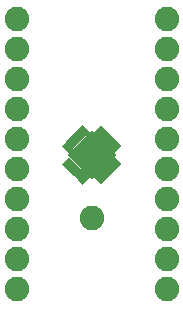
<source format=gts>
G75*
%MOIN*%
%OFA0B0*%
%FSLAX25Y25*%
%IPPOS*%
%LPD*%
%AMOC8*
5,1,8,0,0,1.08239X$1,22.5*
%
%ADD10C,0.08200*%
%ADD11R,0.11430X0.11430*%
%ADD12R,0.03359X0.01981*%
%ADD13C,0.03162*%
D10*
X0011039Y0011118D03*
X0011039Y0021118D03*
X0011039Y0031118D03*
X0011039Y0041118D03*
X0011039Y0051118D03*
X0011039Y0061118D03*
X0011039Y0071118D03*
X0011039Y0081118D03*
X0011039Y0091118D03*
X0011039Y0101118D03*
X0036039Y0035055D03*
X0061039Y0031118D03*
X0061039Y0021118D03*
X0061039Y0011118D03*
X0061039Y0041118D03*
X0061039Y0051118D03*
X0061039Y0061118D03*
X0061039Y0071118D03*
X0061039Y0081118D03*
X0061039Y0091118D03*
X0061039Y0101118D03*
D11*
G36*
X0036039Y0064082D02*
X0044121Y0056000D01*
X0036039Y0047918D01*
X0027957Y0056000D01*
X0036039Y0064082D01*
G37*
D12*
G36*
X0040432Y0064560D02*
X0038058Y0062186D01*
X0036658Y0063586D01*
X0039032Y0065960D01*
X0040432Y0064560D01*
G37*
G36*
X0041824Y0063168D02*
X0039450Y0060794D01*
X0038050Y0062194D01*
X0040424Y0064568D01*
X0041824Y0063168D01*
G37*
G36*
X0043216Y0061776D02*
X0040842Y0059402D01*
X0039442Y0060802D01*
X0041816Y0063176D01*
X0043216Y0061776D01*
G37*
G36*
X0040834Y0059410D02*
X0043208Y0061784D01*
X0044608Y0060384D01*
X0042234Y0058010D01*
X0040834Y0059410D01*
G37*
G36*
X0046000Y0058992D02*
X0043626Y0056618D01*
X0042226Y0058018D01*
X0044600Y0060392D01*
X0046000Y0058992D01*
G37*
G36*
X0044600Y0051608D02*
X0042226Y0053982D01*
X0043626Y0055382D01*
X0046000Y0053008D01*
X0044600Y0051608D01*
G37*
G36*
X0043208Y0050216D02*
X0040834Y0052590D01*
X0042234Y0053990D01*
X0044608Y0051616D01*
X0043208Y0050216D01*
G37*
G36*
X0041816Y0048824D02*
X0039442Y0051198D01*
X0040842Y0052598D01*
X0043216Y0050224D01*
X0041816Y0048824D01*
G37*
G36*
X0039450Y0051206D02*
X0041824Y0048832D01*
X0040424Y0047432D01*
X0038050Y0049806D01*
X0039450Y0051206D01*
G37*
G36*
X0038058Y0049814D02*
X0040432Y0047440D01*
X0039032Y0046040D01*
X0036658Y0048414D01*
X0038058Y0049814D01*
G37*
G36*
X0035421Y0048414D02*
X0033047Y0046040D01*
X0031647Y0047440D01*
X0034021Y0049814D01*
X0035421Y0048414D01*
G37*
G36*
X0034029Y0049806D02*
X0031655Y0047432D01*
X0030255Y0048832D01*
X0032629Y0051206D01*
X0034029Y0049806D01*
G37*
G36*
X0028863Y0050224D02*
X0031237Y0052598D01*
X0032637Y0051198D01*
X0030263Y0048824D01*
X0028863Y0050224D01*
G37*
G36*
X0027471Y0051616D02*
X0029845Y0053990D01*
X0031245Y0052590D01*
X0028871Y0050216D01*
X0027471Y0051616D01*
G37*
G36*
X0026079Y0053008D02*
X0028453Y0055382D01*
X0029853Y0053982D01*
X0027479Y0051608D01*
X0026079Y0053008D01*
G37*
G36*
X0027479Y0060392D02*
X0029853Y0058018D01*
X0028453Y0056618D01*
X0026079Y0058992D01*
X0027479Y0060392D01*
G37*
G36*
X0029845Y0058010D02*
X0027471Y0060384D01*
X0028871Y0061784D01*
X0031245Y0059410D01*
X0029845Y0058010D01*
G37*
G36*
X0031237Y0059402D02*
X0028863Y0061776D01*
X0030263Y0063176D01*
X0032637Y0060802D01*
X0031237Y0059402D01*
G37*
G36*
X0032629Y0060794D02*
X0030255Y0063168D01*
X0031655Y0064568D01*
X0034029Y0062194D01*
X0032629Y0060794D01*
G37*
G36*
X0034021Y0062186D02*
X0031647Y0064560D01*
X0033047Y0065960D01*
X0035421Y0063586D01*
X0034021Y0062186D01*
G37*
D13*
X0036039Y0061011D03*
X0041050Y0056000D03*
X0036039Y0050989D03*
X0031028Y0056000D03*
M02*

</source>
